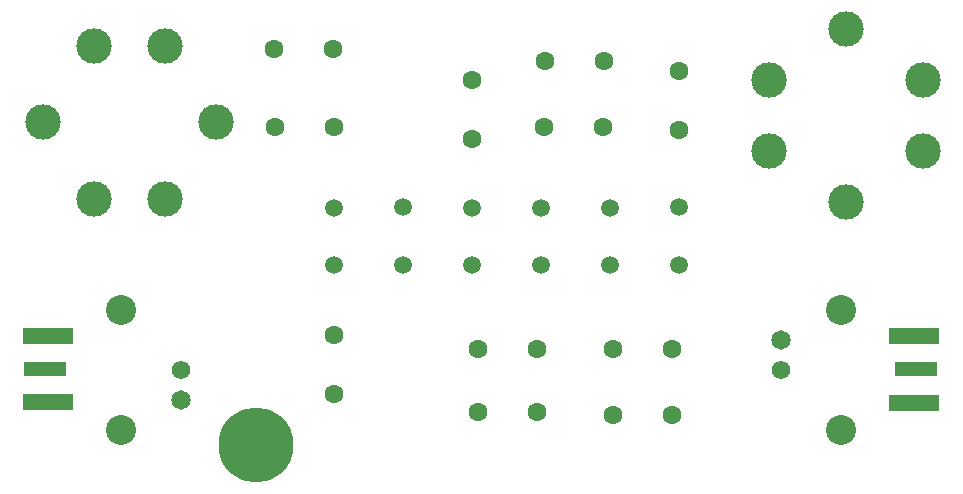
<source format=gts>
G04 #@! TF.GenerationSoftware,KiCad,Pcbnew,(5.1.10)-1*
G04 #@! TF.CreationDate,2021-09-28T15:20:51-04:00*
G04 #@! TF.ProjectId,SSB6,53534236-2e6b-4696-9361-645f70636258,1*
G04 #@! TF.SameCoordinates,PX8c7ecc0PY46649b0*
G04 #@! TF.FileFunction,Soldermask,Top*
G04 #@! TF.FilePolarity,Negative*
%FSLAX46Y46*%
G04 Gerber Fmt 4.6, Leading zero omitted, Abs format (unit mm)*
G04 Created by KiCad (PCBNEW (5.1.10)-1) date 2021-09-28 15:20:51*
%MOMM*%
%LPD*%
G01*
G04 APERTURE LIST*
%ADD10R,3.600000X1.270000*%
%ADD11R,4.200000X1.350000*%
%ADD12C,6.350000*%
%ADD13C,2.540000*%
%ADD14C,1.651000*%
%ADD15C,1.574800*%
%ADD16C,1.600000*%
%ADD17C,1.500000*%
%ADD18C,3.000000*%
G04 APERTURE END LIST*
D10*
X-111813000Y-4889200D03*
D11*
X-111613000Y-7714200D03*
X-111613000Y-2064200D03*
D10*
X-38083200Y-4914600D03*
D11*
X-38283200Y-2089600D03*
X-38283200Y-7739600D03*
D12*
X-93960000Y-11290000D03*
D13*
X-44430000Y-10020000D03*
X-44430000Y140000D03*
D14*
X-49510000Y-2400000D03*
D15*
X-49510000Y-4940000D03*
D16*
X-92436000Y22238000D03*
X-87436000Y22238000D03*
X-92356000Y15634000D03*
X-87356000Y15634000D03*
X-87356000Y-6972000D03*
X-87356000Y-1972000D03*
X-75672000Y14618000D03*
X-75672000Y19618000D03*
X-70164000Y-3162000D03*
X-75164000Y-3162000D03*
X-70164000Y-8496000D03*
X-75164000Y-8496000D03*
X-64576000Y15634000D03*
X-69576000Y15634000D03*
X-64496000Y21222000D03*
X-69496000Y21222000D03*
X-63734000Y-8750000D03*
X-58734000Y-8750000D03*
X-63734000Y-3162000D03*
X-58734000Y-3162000D03*
X-58146000Y20380000D03*
X-58146000Y15380000D03*
D17*
X-87356000Y8776000D03*
X-87356000Y3896000D03*
X-75672000Y8776000D03*
X-75672000Y3896000D03*
X-69830000Y3896000D03*
X-69830000Y8776000D03*
X-63988000Y8776000D03*
X-63988000Y3896000D03*
X-58146000Y8830000D03*
X-58146000Y3950000D03*
X-81514000Y3950000D03*
X-81514000Y8830000D03*
D18*
X-97376000Y15992000D03*
X-111976000Y15992000D03*
X-101676000Y9492000D03*
X-101676000Y22492000D03*
X-107676000Y9492000D03*
X-107676000Y22492000D03*
X-50526000Y13602000D03*
X-37526000Y13602000D03*
X-50526000Y19602000D03*
X-37526000Y19602000D03*
X-44026000Y9302000D03*
X-44026000Y23902000D03*
D15*
X-100310000Y-4940000D03*
D14*
X-100310000Y-7480000D03*
D13*
X-105390000Y-10020000D03*
X-105390000Y140000D03*
M02*

</source>
